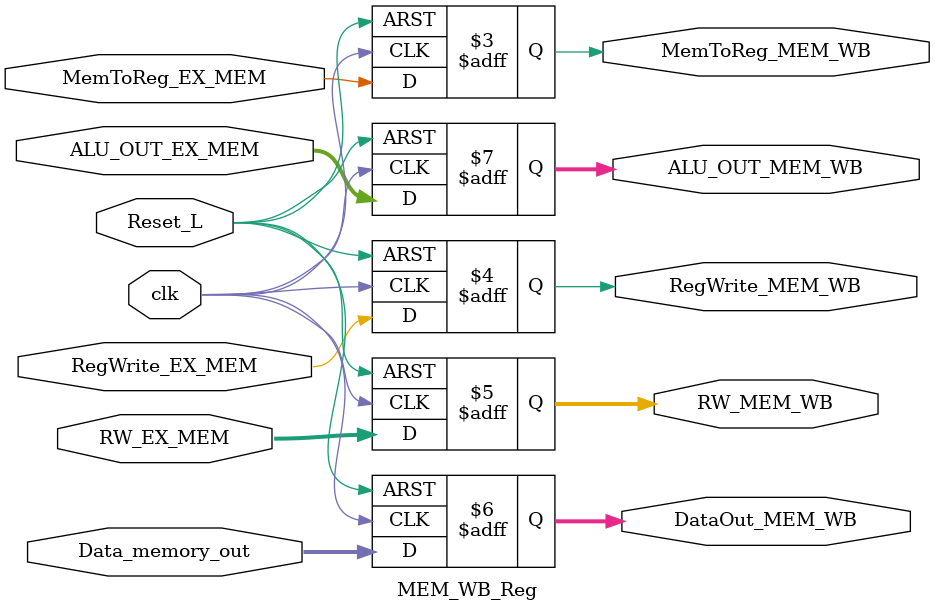
<source format=v>
`timescale 1ns / 1ps


module MEM_WB_Reg(
    input clk,
    input Reset_L,
    input MemToReg_EX_MEM,
    input RegWrite_EX_MEM,
    input [4:0] RW_EX_MEM,
    input [31:0] Data_memory_out,
    input [31:0] ALU_OUT_EX_MEM,
    //Outputs
    output reg MemToReg_MEM_WB,
    output reg RegWrite_MEM_WB,
    output reg [4:0] RW_MEM_WB,
    output reg [31:0] DataOut_MEM_WB,
    output reg [31:0] ALU_OUT_MEM_WB   
    );
    
    always @(negedge clk or negedge Reset_L)begin 
        if (~Reset_L)begin
            MemToReg_MEM_WB <=1'b0;
            RegWrite_MEM_WB <=1'b0;
            RW_MEM_WB       <=5'b0;
            DataOut_MEM_WB  <=32'b0;
            ALU_OUT_MEM_WB  <=32'b0; 
        end 
        else begin 
            MemToReg_MEM_WB <=MemToReg_EX_MEM;
            RegWrite_MEM_WB <=RegWrite_EX_MEM;
            RW_MEM_WB       <=RW_EX_MEM;
            DataOut_MEM_WB  <=Data_memory_out;
            ALU_OUT_MEM_WB  <=ALU_OUT_EX_MEM; 
        end 
    end     
endmodule

</source>
